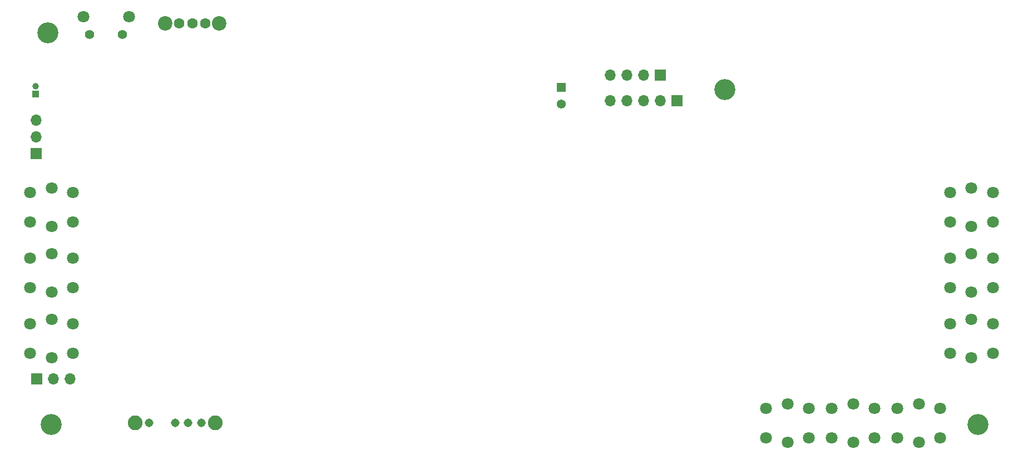
<source format=gbs>
G04 #@! TF.GenerationSoftware,KiCad,Pcbnew,7.0.1-3b83917a11~172~ubuntu22.04.1*
G04 #@! TF.CreationDate,2023-04-06T23:02:40-06:00*
G04 #@! TF.ProjectId,controller,636f6e74-726f-46c6-9c65-722e6b696361,rev?*
G04 #@! TF.SameCoordinates,Original*
G04 #@! TF.FileFunction,Soldermask,Bot*
G04 #@! TF.FilePolarity,Negative*
%FSLAX46Y46*%
G04 Gerber Fmt 4.6, Leading zero omitted, Abs format (unit mm)*
G04 Created by KiCad (PCBNEW 7.0.1-3b83917a11~172~ubuntu22.04.1) date 2023-04-06 23:02:40*
%MOMM*%
%LPD*%
G01*
G04 APERTURE LIST*
%ADD10C,3.200000*%
%ADD11R,1.700000X1.700000*%
%ADD12O,1.700000X1.700000*%
%ADD13C,1.308000*%
%ADD14C,2.250000*%
%ADD15C,1.800000*%
%ADD16C,1.408000*%
%ADD17R,1.000000X1.000000*%
%ADD18C,1.000000*%
%ADD19C,1.600000*%
%ADD20C,2.200000*%
%ADD21R,1.378000X1.378000*%
%ADD22C,1.378000*%
G04 APERTURE END LIST*
D10*
G04 #@! TO.C,H1*
X34400000Y-93500000D03*
G04 #@! TD*
G04 #@! TO.C,H2*
X137500000Y-102100000D03*
G04 #@! TD*
G04 #@! TO.C,H3*
X176000000Y-153100000D03*
G04 #@! TD*
G04 #@! TO.C,H4*
X34900000Y-153100000D03*
G04 #@! TD*
D11*
G04 #@! TO.C,J1*
X130160000Y-103800000D03*
D12*
X127620000Y-103800000D03*
X125080000Y-103800000D03*
X122540000Y-103800000D03*
X120000000Y-103800000D03*
G04 #@! TD*
D11*
G04 #@! TO.C,J3*
X127600000Y-99900000D03*
D12*
X125060000Y-99900000D03*
X122520000Y-99900000D03*
X119980000Y-99900000D03*
G04 #@! TD*
D13*
G04 #@! TO.C,S1*
X49800000Y-152850000D03*
X53800000Y-152850000D03*
X55800000Y-152850000D03*
X57800000Y-152850000D03*
D14*
X47700000Y-152850000D03*
X59900000Y-152850000D03*
G04 #@! TD*
D15*
G04 #@! TO.C,SW1*
X38250000Y-117750000D03*
X38250000Y-122250000D03*
X31750000Y-117750000D03*
X31750000Y-122250000D03*
X35000000Y-117100000D03*
X35000000Y-122900000D03*
G04 #@! TD*
G04 #@! TO.C,SW2*
X38250000Y-127750000D03*
X38250000Y-132250000D03*
X31750000Y-127750000D03*
X31750000Y-132250000D03*
X35000000Y-127100000D03*
X35000000Y-132900000D03*
G04 #@! TD*
G04 #@! TO.C,SW3*
X38250000Y-137750000D03*
X38250000Y-142250000D03*
X31750000Y-137750000D03*
X31750000Y-142250000D03*
X35000000Y-137100000D03*
X35000000Y-142900000D03*
G04 #@! TD*
G04 #@! TO.C,SW4*
X178250000Y-117750000D03*
X178250000Y-122250000D03*
X171750000Y-117750000D03*
X171750000Y-122250000D03*
X175000000Y-117100000D03*
X175000000Y-122900000D03*
G04 #@! TD*
G04 #@! TO.C,SW5*
X178250000Y-127750000D03*
X178250000Y-132250000D03*
X171750000Y-127750000D03*
X171750000Y-132250000D03*
X175000000Y-127100000D03*
X175000000Y-132900000D03*
G04 #@! TD*
G04 #@! TO.C,SW6*
X178250000Y-137750000D03*
X178250000Y-142250000D03*
X171750000Y-137750000D03*
X171750000Y-142250000D03*
X175000000Y-137100000D03*
X175000000Y-142900000D03*
G04 #@! TD*
G04 #@! TO.C,SW7*
X170250000Y-150600000D03*
X170250000Y-155100000D03*
X163750000Y-150600000D03*
X163750000Y-155100000D03*
X167000000Y-149950000D03*
X167000000Y-155750000D03*
G04 #@! TD*
G04 #@! TO.C,SW8*
X160250000Y-150600000D03*
X160250000Y-155100000D03*
X153750000Y-150600000D03*
X153750000Y-155100000D03*
X157000000Y-149950000D03*
X157000000Y-155750000D03*
G04 #@! TD*
G04 #@! TO.C,SW9*
X150250000Y-150600000D03*
X150250000Y-155100000D03*
X143750000Y-150600000D03*
X143750000Y-155100000D03*
X147000000Y-149950000D03*
X147000000Y-155750000D03*
G04 #@! TD*
D16*
G04 #@! TO.C,J4*
X45800000Y-93700000D03*
X40800000Y-93700000D03*
D15*
X46800000Y-91000000D03*
X39800000Y-91000000D03*
G04 #@! TD*
D11*
G04 #@! TO.C,J2*
X32625000Y-111825000D03*
D12*
X32625000Y-109285000D03*
X32625000Y-106745000D03*
G04 #@! TD*
D11*
G04 #@! TO.C,J5*
X32720000Y-146100000D03*
D12*
X35260000Y-146100000D03*
X37800000Y-146100000D03*
G04 #@! TD*
D17*
G04 #@! TO.C,J6*
X32600000Y-102800000D03*
D18*
X32600000Y-101550000D03*
G04 #@! TD*
D19*
G04 #@! TO.C,SW11*
X58400000Y-92042500D03*
X56400000Y-92042500D03*
X54400000Y-92042500D03*
D20*
X60500000Y-92042500D03*
X52300000Y-92042500D03*
G04 #@! TD*
D21*
G04 #@! TO.C,MK1*
X112600000Y-101730000D03*
D22*
X112600000Y-104270000D03*
G04 #@! TD*
M02*

</source>
